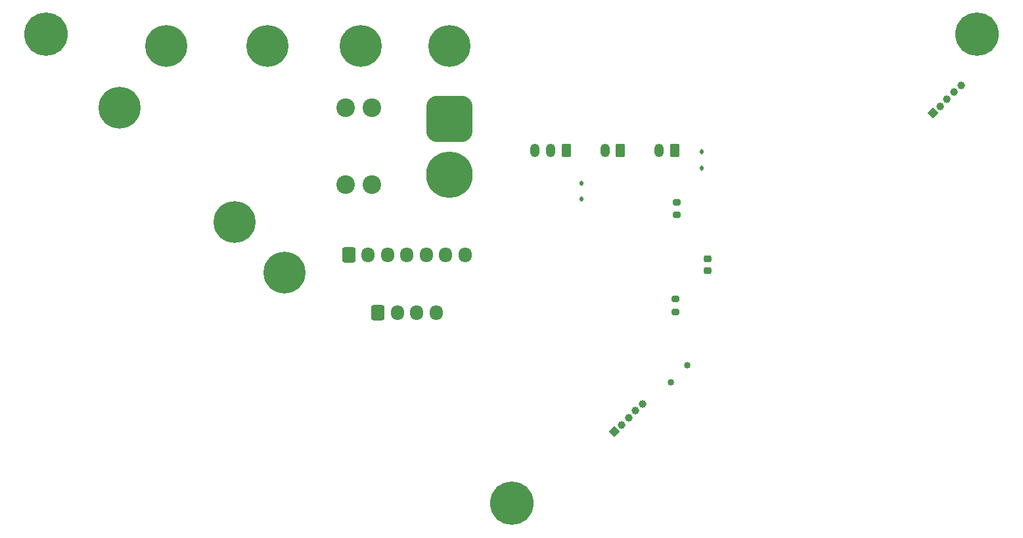
<source format=gbs>
G04 #@! TF.GenerationSoftware,KiCad,Pcbnew,7.0.10-7.0.10~ubuntu22.04.1*
G04 #@! TF.CreationDate,2024-02-06T20:51:40-05:00*
G04 #@! TF.ProjectId,PCB,5043422e-6b69-4636-9164-5f7063625858,rev?*
G04 #@! TF.SameCoordinates,Original*
G04 #@! TF.FileFunction,Soldermask,Bot*
G04 #@! TF.FilePolarity,Negative*
%FSLAX46Y46*%
G04 Gerber Fmt 4.6, Leading zero omitted, Abs format (unit mm)*
G04 Created by KiCad (PCBNEW 7.0.10-7.0.10~ubuntu22.04.1) date 2024-02-06 20:51:40*
%MOMM*%
%LPD*%
G01*
G04 APERTURE LIST*
G04 Aperture macros list*
%AMRoundRect*
0 Rectangle with rounded corners*
0 $1 Rounding radius*
0 $2 $3 $4 $5 $6 $7 $8 $9 X,Y pos of 4 corners*
0 Add a 4 corners polygon primitive as box body*
4,1,4,$2,$3,$4,$5,$6,$7,$8,$9,$2,$3,0*
0 Add four circle primitives for the rounded corners*
1,1,$1+$1,$2,$3*
1,1,$1+$1,$4,$5*
1,1,$1+$1,$6,$7*
1,1,$1+$1,$8,$9*
0 Add four rect primitives between the rounded corners*
20,1,$1+$1,$2,$3,$4,$5,0*
20,1,$1+$1,$4,$5,$6,$7,0*
20,1,$1+$1,$6,$7,$8,$9,0*
20,1,$1+$1,$8,$9,$2,$3,0*%
%AMHorizOval*
0 Thick line with rounded ends*
0 $1 width*
0 $2 $3 position (X,Y) of the first rounded end (center of the circle)*
0 $4 $5 position (X,Y) of the second rounded end (center of the circle)*
0 Add line between two ends*
20,1,$1,$2,$3,$4,$5,0*
0 Add two circle primitives to create the rounded ends*
1,1,$1,$2,$3*
1,1,$1,$4,$5*%
%AMRotRect*
0 Rectangle, with rotation*
0 The origin of the aperture is its center*
0 $1 length*
0 $2 width*
0 $3 Rotation angle, in degrees counterclockwise*
0 Add horizontal line*
21,1,$1,$2,0,0,$3*%
G04 Aperture macros list end*
%ADD10C,5.400000*%
%ADD11C,0.850000*%
%ADD12C,5.600000*%
%ADD13RotRect,1.000000X1.000000X135.000000*%
%ADD14HorizOval,1.000000X0.000000X0.000000X0.000000X0.000000X0*%
%ADD15C,2.400000*%
%ADD16RoundRect,1.500000X-1.500000X1.500000X-1.500000X-1.500000X1.500000X-1.500000X1.500000X1.500000X0*%
%ADD17C,6.000000*%
%ADD18RoundRect,0.250000X-0.600000X-0.725000X0.600000X-0.725000X0.600000X0.725000X-0.600000X0.725000X0*%
%ADD19O,1.700000X1.950000*%
%ADD20RoundRect,0.200000X-0.275000X0.200000X-0.275000X-0.200000X0.275000X-0.200000X0.275000X0.200000X0*%
%ADD21RoundRect,0.250000X0.350000X0.625000X-0.350000X0.625000X-0.350000X-0.625000X0.350000X-0.625000X0*%
%ADD22O,1.200000X1.750000*%
%ADD23RoundRect,0.112500X0.112500X-0.187500X0.112500X0.187500X-0.112500X0.187500X-0.112500X-0.187500X0*%
%ADD24RoundRect,0.200000X0.275000X-0.200000X0.275000X0.200000X-0.275000X0.200000X-0.275000X-0.200000X0*%
%ADD25RoundRect,0.225000X-0.250000X0.225000X-0.250000X-0.225000X0.250000X-0.225000X0.250000X0.225000X0*%
G04 APERTURE END LIST*
D10*
X49000000Y-36000000D03*
X91500000Y-28000000D03*
D11*
X119974695Y-71346016D03*
X122096016Y-69224695D03*
D12*
X159500000Y-26542136D03*
D13*
X153805923Y-36694077D03*
D14*
X154703949Y-35796051D03*
X155601974Y-34898026D03*
X156500000Y-34000000D03*
X157398025Y-33101975D03*
D15*
X81500000Y-45920000D03*
X78100000Y-45920000D03*
X81500000Y-36000000D03*
X78100000Y-36000000D03*
D10*
X70250000Y-57250000D03*
D12*
X99500000Y-87000000D03*
D10*
X68000000Y-28000000D03*
D16*
X91500000Y-37420000D03*
D17*
X91500000Y-44620000D03*
D10*
X63750000Y-50750000D03*
D18*
X78500000Y-54920000D03*
D19*
X81000000Y-54920000D03*
X83500000Y-54920000D03*
X86000000Y-54920000D03*
X88500000Y-54920000D03*
X91000000Y-54920000D03*
X93500000Y-54920000D03*
D13*
X112750000Y-77750000D03*
D14*
X113648026Y-76851974D03*
X114546051Y-75953949D03*
X115444077Y-75055923D03*
X116342102Y-74157898D03*
D10*
X55000000Y-28000000D03*
D12*
X39500000Y-26542136D03*
D10*
X80000000Y-28000000D03*
D18*
X82250000Y-62420000D03*
D19*
X84750000Y-62420000D03*
X87250000Y-62420000D03*
X89750000Y-62420000D03*
D20*
X120587370Y-60675000D03*
X120587370Y-62325000D03*
D21*
X120500000Y-41500000D03*
D22*
X118500000Y-41500000D03*
D23*
X124000000Y-43800000D03*
X124000000Y-41700000D03*
X108500000Y-47800000D03*
X108500000Y-45700000D03*
D24*
X120750000Y-49825000D03*
X120750000Y-48175000D03*
D25*
X124750000Y-55450000D03*
X124750000Y-57000000D03*
D21*
X113500000Y-41500000D03*
D22*
X111500000Y-41500000D03*
D21*
X106500000Y-41500000D03*
D22*
X104500000Y-41500000D03*
X102500000Y-41500000D03*
M02*

</source>
